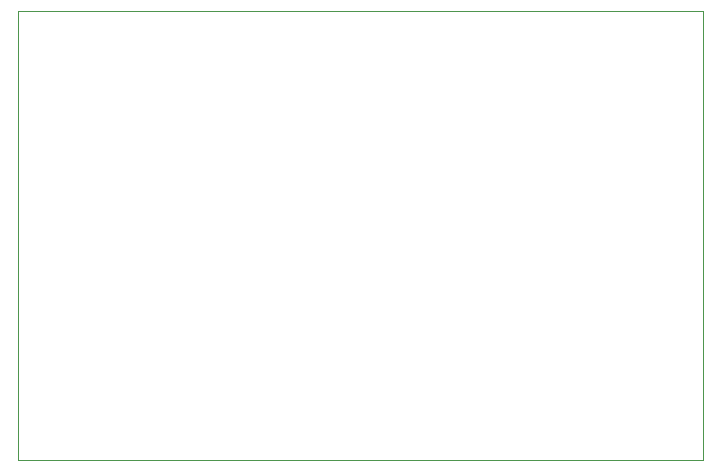
<source format=gbr>
%TF.GenerationSoftware,KiCad,Pcbnew,7.0.11-2.fc39*%
%TF.CreationDate,2024-04-03T17:16:26+02:00*%
%TF.ProjectId,CarteMPP,43617274-654d-4505-902e-6b696361645f,rev?*%
%TF.SameCoordinates,Original*%
%TF.FileFunction,Profile,NP*%
%FSLAX46Y46*%
G04 Gerber Fmt 4.6, Leading zero omitted, Abs format (unit mm)*
G04 Created by KiCad (PCBNEW 7.0.11-2.fc39) date 2024-04-03 17:16:26*
%MOMM*%
%LPD*%
G01*
G04 APERTURE LIST*
%TA.AperFunction,Profile*%
%ADD10C,0.100000*%
%TD*%
G04 APERTURE END LIST*
D10*
X125100000Y-82700000D02*
X183100000Y-82700000D01*
X183100000Y-120700000D01*
X125100000Y-120700000D01*
X125100000Y-82700000D01*
M02*

</source>
